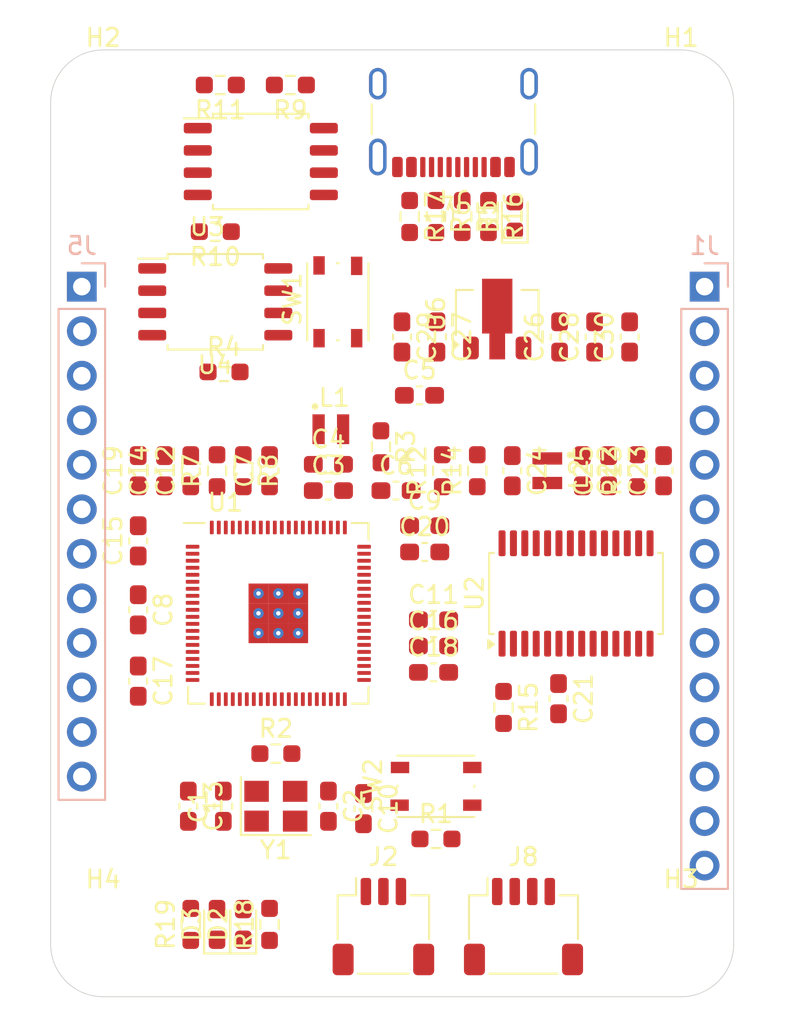
<source format=kicad_pcb>
(kicad_pcb (version 20240108) (generator "pcbnew") (generator_version "8.0")
  (layers (0 "F.Cu" signal) (31 "B.Cu" signal) (34 "B.Paste" user) (35 "F.Paste" user) (36 "B.SilkS" user "B.Silkscreen") (37 "F.SilkS" user "F.Silkscreen") (38 "B.Mask" user) (39 "F.Mask" user) (44 "Edge.Cuts" user))
  (net 0 "")
  (net 1 "/XIN")
  (net 2 "GND")
  (net 3 "Net-(C2-Pad1)")
  (net 4 "+3V3")
  (net 5 "+1V1")
  (net 6 "/VREG_AVDD")
  (net 7 "+3.3V")
  (net 8 "+5V")
  (net 9 "/Vcom")
  (net 10 "Net-(D1-A)")
  (net 11 "Net-(D2-K)")
  (net 12 "/GPIO10")
  (net 13 "/GPIO11")
  (net 14 "Net-(D3-K)")
  (net 15 "/GPIO42_ADC2")
  (net 16 "/GPIO47_ADC7")
  (net 17 "/GPIO46_ADC6")
  (net 18 "/GPIO44_ADC4")
  (net 19 "/GPIO45_ADC5")
  (net 20 "/GPIO43_ADC3")
  (net 21 "/GPIO40_ADC0")
  (net 22 "/GPIO41_ADC1")
  (net 23 "/SWCLK")
  (net 24 "/SWD")
  (net 25 "/Vin_L")
  (net 26 "/Vin_R")
  (net 27 "/USB_DP")
  (net 28 "/USB_DM")
  (net 29 "Net-(J4-CC1)")
  (net 30 "Net-(J4-CC2)")
  (net 31 "/Vout_L")
  (net 32 "/Vout_R")
  (net 33 "/GPIO7")
  (net 34 "/GPIO2")
  (net 35 "/GPIO4")
  (net 36 "/GPIO1")
  (net 37 "/SCL")
  (net 38 "/GPIO6")
  (net 39 "/GPIO3")
  (net 40 "/GPIO0")
  (net 41 "/SDA")
  (net 42 "/GPIO5")
  (net 43 "/VREG_LX")
  (net 44 "Net-(R1-Pad1)")
  (net 45 "/XOUT")
  (net 46 "/QSPI_SS")
  (net 47 "/~{USB_BOOT}")
  (net 48 "Net-(U1-USB_DP)")
  (net 49 "Net-(U1-USB_DM)")
  (net 50 "/FLASH_SS")
  (net 51 "/FLASH2_SS")
  (net 52 "Net-(U2-MODE)")
  (net 53 "Net-(U2-~{RST})")
  (net 54 "Net-(U2-MD{slash}SDA{slash}DEMP)")
  (net 55 "Net-(U2-MC{slash}SCL{slash}FMT)")
  (net 56 "/RUN")
  (net 57 "/GPIO26")
  (net 58 "/GPIO25")
  (net 59 "/QSPI_SD1")
  (net 60 "/GPIO39")
  (net 61 "/GPIO30")
  (net 62 "/GPIO28")
  (net 63 "/GPIO14")
  (net 64 "/QSPI_SCLK")
  (net 65 "/GPIO19")
  (net 66 "/GPIO20")
  (net 67 "/GPIO18")
  (net 68 "/GPIO9")
  (net 69 "/GPIO15")
  (net 70 "/GPIO22")
  (net 71 "/GPIO24")
  (net 72 "/GPIO33")
  (net 73 "/GPIO27")
  (net 74 "/GPIO21")
  (net 75 "/QSPI_SD2")
  (net 76 "/GPIO23")
  (net 77 "/QSPI_SD3")
  (net 78 "/QSPI_SD0")
  (net 79 "/GPIO38")
  (net 80 "/GPIO37")
  (net 81 "/GPIO16")
  (net 82 "/GPIO17")
  (net 83 "/GPIO13")
  (net 84 "/GPIO8")
  (net 85 "/GPIO36")
  (net 86 "/GPIO31")
  (net 87 "/GPIO29")
  (net 88 "/GPIO12")
  (net 89 "/GPIO32")
  (net 91 "/DAC_BCLK")
  (net 92 "/DAC_SCLK")
  (net 93 "Net-(U2-V_{CC})")
  (net 95 "/ZERO_F_R")
  (net 96 "/ADC_LRCLK")
  (net 97 "/ADC_SCLK")
  (net 98 "/ADC_DIN")
  (net 99 "/ADC_BCLK")
  (net 100 "/DAC_LRCLK")
  (net 101 "/DAC_DIN")
  (net 102 "/ZERO_F_L")
  (footprint "Connector_JST:JST_SH_SM04B-SRSS-TB_1x04-1MP_P1.00mm_Horizontal" (layer "F.Cu") (at 119 100)
    (property "Reference" "J8" (at 0 -3.98 0) (layer "F.SilkS"))
    (property "Value" "Conn_01x04")
    (pad "1" smd roundrect (at -1.5 -2) (size 0.6 1.55) (layers "F.Cu" "F.Paste" "F.Mask") (net 37 "/SCL"))
    (pad "2" smd roundrect (at -0.5 -2) (size 0.6 1.55) (layers "F.Cu" "F.Paste" "F.Mask") (net 41 "/SDA"))
    (pad "3" smd roundrect (at 0.5 -2) (size 0.6 1.55) (layers "F.Cu" "F.Paste" "F.Mask") (net 4 "+3V3"))
    (pad "4" smd roundrect (at 1.5 -2) (size 0.6 1.55) (layers "F.Cu" "F.Paste" "F.Mask") (net 2 "GND"))
    (pad "MP" smd roundrect (at -2.8 1.875) (size 1.2 1.8) (layers "F.Cu" "F.Paste" "F.Mask") (roundrect_rratio 0.208333))
    (pad "MP" smd roundrect (at 2.8 1.875) (size 1.2 1.8) (layers "F.Cu" "F.Paste" "F.Mask") (roundrect_rratio 0.208333))
  )
  (footprint "Capacitor_SMD:C_0603_1608Metric_Pad1.08x0.95mm_HandSolder" (layer "F.Cu") (at 122.36 74 -90)
    (property "Reference" "C22" (at 0 -1.43 90) (layer "F.SilkS"))
    (property "Value" "100n")
    (pad "1" smd roundrect (at -0.8625 0 270) (size 1.075 0.95) (layers "F.Cu" "F.Paste" "F.Mask") (net 8 "+5V"))
    (pad "2" smd roundrect (at 0.8625 0 270) (size 1.075 0.95) (layers "F.Cu" "F.Paste" "F.Mask") (net 2 "GND"))
  )
  (footprint "Resistor_SMD:R_0603_1608Metric_Pad0.98x0.95mm_HandSolder" (layer "F.Cu") (at 117 59.5 -90)
    (property "Reference" "R16" (at 0 -1.43 90) (layer "F.SilkS"))
    (property "Value" "5k1")
    (pad "1" smd roundrect (at -0.9125 0 270) (size 0.975 0.95) (layers "F.Cu" "F.Paste" "F.Mask") (net 29 "Net-(J4-CC1)"))
    (pad "2" smd roundrect (at 0.9125 0 270) (size 0.975 0.95) (layers "F.Cu" "F.Paste" "F.Mask") (net 2 "GND"))
  )
  (footprint "Resistor_SMD:R_0603_1608Metric_Pad0.98x0.95mm_HandSolder" (layer "F.Cu") (at 112.5 59.5 -90)
    (property "Reference" "R17" (at 0 -1.43 90) (layer "F.SilkS"))
    (property "Value" "5k1")
    (pad "1" smd roundrect (at -0.9125 0 270) (size 0.975 0.95) (layers "F.Cu" "F.Paste" "F.Mask") (net 30 "Net-(J4-CC2)"))
    (pad "2" smd roundrect (at 0.9125 0 270) (size 0.975 0.95) (layers "F.Cu" "F.Paste" "F.Mask") (net 2 "GND"))
  )
  (footprint "Capacitor_SMD:C_0603_1608Metric_Pad1.08x0.95mm_HandSolder" (layer "F.Cu") (at 121 87 -90)
    (property "Reference" "C21" (at 0 -1.43 90) (layer "F.SilkS"))
    (property "Value" "10u")
    (pad "1" smd roundrect (at -0.8625 0 270) (size 1.075 0.95) (layers "F.Cu" "F.Paste" "F.Mask") (net 7 "+3.3V"))
    (pad "2" smd roundrect (at 0.8625 0 270) (size 1.075 0.95) (layers "F.Cu" "F.Paste" "F.Mask") (net 2 "GND"))
  )
  (footprint "Capacitor_SMD:C_0603_1608Metric_Pad1.08x0.95mm_HandSolder" (layer "F.Cu") (at 107.86 73.633333)
    (property "Reference" "C4" (at 0 -1.43 0) (layer "F.SilkS"))
    (property "Value" "4.7u")
    (pad "1" smd roundrect (at -0.8625 0) (size 1.075 0.95) (layers "F.Cu" "F.Paste" "F.Mask") (net 5 "+1V1"))
    (pad "2" smd roundrect (at 0.8625 0) (size 1.075 0.95) (layers "F.Cu" "F.Paste" "F.Mask") (net 2 "GND"))
  )
  (footprint "Capacitor_SMD:C_0603_1608Metric_Pad1.08x0.95mm_HandSolder" (layer "F.Cu") (at 127 74 90)
    (property "Reference" "C23" (at 0 -1.43 -90) (layer "F.SilkS"))
    (property "Value" "100n")
    (pad "1" smd roundrect (at -0.8625 0 90) (size 1.075 0.95) (layers "F.Cu" "F.Paste" "F.Mask") (net 9 "/Vcom"))
    (pad "2" smd roundrect (at 0.8625 0 90) (size 1.075 0.95) (layers "F.Cu" "F.Paste" "F.Mask") (net 2 "GND"))
  )
  (footprint "Connector_USB:USB_C_Receptacle_GCT_USB4105-xx-A_16P_TopMnt_Horizontal" (layer "F.Cu") (at 115 53 180)
    (property "Reference" "J4" (at 0 -5.5 180) (layer "F.SilkS"))
    (property "Value" "USB_C_Receptacle_USB2.0_14P")
    (pad "" np_thru_hole circle (at -2.89 -2.605 180) (size 0.65 0.65) (drill 0.65) (layers "F&B.Cu" "*.Mask"))
    (pad "" np_thru_hole circle (at 2.89 -2.605 180) (size 0.65 0.65) (drill 0.65) (layers "F&B.Cu" "*.Mask"))
    (pad "A1" smd roundrect (at -3.2 -3.68 180) (size 0.6 1.15) (layers "F.Cu" "F.Paste" "F.Mask") (net 2 "GND"))
    (pad "A4" smd roundrect (at -2.4 -3.68 180) (size 0.6 1.15) (layers "F.Cu" "F.Paste" "F.Mask") (net 10 "Net-(D1-A)"))
    (pad "A5" smd roundrect (at -1.25 -3.68 180) (size 0.3 1.15) (layers "F.Cu" "F.Paste" "F.Mask") (net 29 "Net-(J4-CC1)"))
    (pad "A6" smd roundrect (at -0.25 -3.68 180) (size 0.3 1.15) (layers "F.Cu" "F.Paste" "F.Mask") (net 27 "/USB_DP"))
    (pad "A7" smd roundrect (at 0.25 -3.68 180) (size 0.3 1.15) (layers "F.Cu" "F.Paste" "F.Mask") (net 28 "/USB_DM"))
    (pad "A8" smd roundrect (at 1.25 -3.68 180) (size 0.3 1.15) (layers "F.Cu" "F.Paste" "F.Mask"))
    (pad "A9" smd roundrect (at 2.4 -3.68 180) (size 0.6 1.15) (layers "F.Cu" "F.Paste" "F.Mask") (net 10 "Net-(D1-A)"))
    (pad "A12" smd roundrect (at 3.2 -3.68 180) (size 0.6 1.15) (layers "F.Cu" "F.Paste" "F.Mask") (net 2 "GND"))
    (pad "B1" smd roundrect (at 3.2 -3.68 180) (size 0.6 1.15) (layers "F.Cu" "F.Paste" "F.Mask") (net 2 "GND"))
    (pad "B4" smd roundrect (at 2.4 -3.68 180) (size 0.6 1.15) (layers "F.Cu" "F.Paste" "F.Mask") (net 10 "Net-(D1-A)"))
    (pad "B5" smd roundrect (at 1.75 -3.68 180) (size 0.3 1.15) (layers "F.Cu" "F.Paste" "F.Mask") (net 30 "Net-(J4-CC2)"))
    (pad "B6" smd roundrect (at 0.75 -3.68 180) (size 0.3 1.15) (layers "F.Cu" "F.Paste" "F.Mask") (net 27 "/USB_DP"))
    (pad "B7" smd roundrect (at -0.75 -3.68 180) (size 0.3 1.15) (layers "F.Cu" "F.Paste" "F.Mask") (net 28 "/USB_DM"))
    (pad "B8" smd roundrect (at -1.75 -3.68 180) (size 0.3 1.15) (layers "F.Cu" "F.Paste" "F.Mask"))
    (pad "B9" smd roundrect (at -2.4 -3.68 180) (size 0.6 1.15) (layers "F.Cu" "F.Paste" "F.Mask") (net 10 "Net-(D1-A)"))
    (pad "B12" smd roundrect (at -3.2 -3.68 180) (size 0.6 1.15) (layers "F.Cu" "F.Paste" "F.Mask") (net 2 "GND"))
    (pad "S1" thru_hole oval (at -4.32 -3.105 180) (size 1 2.1) (drill oval 0.6 1.7) (layers "*.Cu" "*.Mask" "F.Paste") (net 2 "GND"))
    (pad "S1" thru_hole oval (at -4.32 1.075 180) (size 1 1.8) (drill oval 0.6 1.4) (layers "*.Cu" "*.Mask" "F.Paste") (net 2 "GND"))
    (pad "S1" thru_hole oval (at 4.32 -3.105 180) (size 1 2.1) (drill oval 0.6 1.7) (layers "*.Cu" "*.Mask" "F.Paste") (net 2 "GND"))
    (pad "S1" thru_hole oval (at 4.32 1.075 180) (size 1 1.8) (drill oval 0.6 1.4) (layers "*.Cu" "*.Mask" "F.Paste") (net 2 "GND"))
  )
  (footprint "Capacitor_SMD:C_0603_1608Metric_Pad1.08x0.95mm_HandSolder" (layer "F.Cu") (at 98.5 74 90)
    (property "Reference" "C14" (at 0 -1.43 -90) (layer "F.SilkS"))
    (property "Value" "100n")
    (pad "1" smd roundrect (at -0.8625 0 90) (size 1.075 0.95) (layers "F.Cu" "F.Paste" "F.Mask") (net 4 "+3V3"))
    (pad "2" smd roundrect (at 0.8625 0 90) (size 1.075 0.95) (layers "F.Cu" "F.Paste" "F.Mask") (net 2 "GND"))
  )
  (footprint "Resistor_SMD:R_0603_1608Metric_Pad0.98x0.95mm_HandSolder" (layer "F.Cu") (at 101.6875 52 180)
    (property "Reference" "R11" (at 0 -1.43 180) (layer "F.SilkS"))
    (property "Value" "DNF")
    (pad "1" smd roundrect (at -0.9125 0 180) (size 0.975 0.95) (layers "F.Cu" "F.Paste" "F.Mask") (net 4 "+3V3"))
    (pad "2" smd roundrect (at 0.9125 0 180) (size 0.975 0.95) (layers "F.Cu" "F.Paste" "F.Mask") (net 51 "/FLASH2_SS"))
  )
  (footprint "Capacitor_SMD:C_0603_1608Metric_Pad1.08x0.95mm_HandSolder" (layer "F.Cu") (at 125.06 66.37 90)
    (property "Reference" "C30" (at 0 -1.43 -90) (layer "F.SilkS"))
    (property "Value" "10u")
    (pad "1" smd roundrect (at -0.8625 0 90) (size 1.075 0.95) (layers "F.Cu" "F.Paste" "F.Mask") (net 8 "+5V"))
    (pad "2" smd roundrect (at 0.8625 0 90) (size 1.075 0.95) (layers "F.Cu" "F.Paste" "F.Mask") (net 2 "GND"))
  )
  (footprint "Capacitor_SMD:C_0603_1608Metric_Pad1.08x0.95mm_HandSolder" (layer "F.Cu") (at 114.06 66.37 -90)
    (property "Reference" "C27" (at 0 -1.43 90) (layer "F.SilkS"))
    (property "Value" "100n")
    (pad "1" smd roundrect (at -0.8625 0 270) (size 1.075 0.95) (layers "F.Cu" "F.Paste" "F.Mask") (net 4 "+3V3"))
    (pad "2" smd roundrect (at 0.8625 0 270) (size 1.075 0.95) (layers "F.Cu" "F.Paste" "F.Mask") (net 2 "GND"))
  )
  (footprint "Package_SO:SOIC-8_5.23x5.23mm_P1.27mm" (layer "F.Cu") (at 101.4 64.365)
    (property "Reference" "U4" (at 0 3.6 0) (layer "F.SilkS"))
    (property "Value" "W25Q128JVS")
    (pad "1" smd roundrect (at -3.6 -1.905) (size 1.6 0.6) (layers "F.Cu" "F.Paste" "F.Mask") (net 50 "/FLASH_SS"))
    (pad "2" smd roundrect (at -3.6 -0.635) (size 1.6 0.6) (layers "F.Cu" "F.Paste" "F.Mask") (net 59 "/QSPI_SD1"))
    (pad "3" smd roundrect (at -3.6 0.635) (size 1.6 0.6) (layers "F.Cu" "F.Paste" "F.Mask") (net 75 "/QSPI_SD2"))
    (pad "4" smd roundrect (at -3.6 1.905) (size 1.6 0.6) (layers "F.Cu" "F.Paste" "F.Mask") (net 2 "GND"))
    (pad "5" smd roundrect (at 3.6 1.905) (size 1.6 0.6) (layers "F.Cu" "F.Paste" "F.Mask") (net 78 "/QSPI_SD0"))
    (pad "6" smd roundrect (at 3.6 0.635) (size 1.6 0.6) (layers "F.Cu" "F.Paste" "F.Mask") (net 64 "/QSPI_SCLK"))
    (pad "7" smd roundrect (at 3.6 -0.635) (size 1.6 0.6) (layers "F.Cu" "F.Paste" "F.Mask") (net 77 "/QSPI_SD3"))
    (pad "8" smd roundrect (at 3.6 -1.905) (size 1.6 0.6) (layers "F.Cu" "F.Paste" "F.Mask") (net 4 "+3V3"))
  )
  (footprint "Capacitor_SMD:C_0603_1608Metric_Pad1.08x0.95mm_HandSolder" (layer "F.Cu") (at 107.86 75.133333)
    (property "Reference" "C3" (at 0 -1.43 0) (layer "F.SilkS"))
    (property "Value" "4.7u")
    (pad "1" smd roundrect (at -0.8625 0) (size 1.075 0.95) (layers "F.Cu" "F.Paste" "F.Mask") (net 4 "+3V3"))
    (pad "2" smd roundrect (at 0.8625 0) (size 1.075 0.95) (layers "F.Cu" "F.Paste" "F.Mask") (net 2 "GND"))
  )
  (footprint "Resistor_SMD:R_0603_1608Metric_Pad0.98x0.95mm_HandSolder" (layer "F.Cu") (at 115.5 59.5 -90)
    (property "Reference" "R5" (at 0 -1.43 90) (layer "F.SilkS"))
    (property "Value" "27")
    (pad "1" smd roundrect (at -0.9125 0 270) (size 0.975 0.95) (layers "F.Cu" "F.Paste" "F.Mask") (net 27 "/USB_DP"))
    (pad "2" smd roundrect (at 0.9125 0 270) (size 0.975 0.95) (layers "F.Cu" "F.Paste" "F.Mask") (net 48 "Net-(U1-USB_DP)"))
  )
  (footprint "Capacitor_SMD:C_0603_1608Metric_Pad1.08x0.95mm_HandSolder" (layer "F.Cu") (at 113.36 77.133333)
    (property "Reference" "C9" (at 0 -1.43 0) (layer "F.SilkS"))
    (property "Value" "100n")
    (pad "1" smd roundrect (at -0.8625 0) (size 1.075 0.95) (layers "F.Cu" "F.Paste" "F.Mask") (net 4 "+3V3"))
    (pad "2" smd roundrect (at 0.8625 0) (size 1.075 0.95) (layers "F.Cu" "F.Paste" "F.Mask") (net 2 "GND"))
  )
  (footprint "Resistor_SMD:R_0603_1608Metric_Pad0.98x0.95mm_HandSolder" (layer "F.Cu") (at 117.86 87.5 -90)
    (property "Reference" "R15" (at 0 -1.43 90) (layer "F.SilkS"))
    (property "Value" "220k")
    (pad "1" smd roundrect (at -0.9125 0 270) (size 0.975 0.95) (layers "F.Cu" "F.Paste" "F.Mask") (net 55 "Net-(U2-MC{slash}SCL{slash}FMT)"))
    (pad "2" smd roundrect (at 0.9125 0 270) (size 0.975 0.95) (layers "F.Cu" "F.Paste" "F.Mask") (net 7 "+3.3V"))
  )
  (footprint "Capacitor_SMD:C_0603_1608Metric_Pad1.08x0.95mm_HandSolder" (layer "F.Cu") (at 109.86 93.270833 -90)
    (property "Reference" "C10" (at 0 -1.43 -90) (layer "F.SilkS"))
    (property "Value" "100n")
    (pad "1" smd roundrect (at -0.8625 0 270) (size 1.075 0.95) (layers "F.Cu" "F.Paste" "F.Mask") (net 4 "+3V3"))
    (pad "2" smd roundrect (at 0.8625 0 270) (size 1.075 0.95) (layers "F.Cu" "F.Paste" "F.Mask") (net 2 "GND"))
  )
  (footprint "Capacitor_SMD:C_0603_1608Metric_Pad1.08x0.95mm_HandSolder" (layer "F.Cu") (at 97 86 -90)
    (property "Reference" "C17" (at 0 -1.43 90) (layer "F.SilkS"))
    (property "Value" "100n")
    (pad "1" smd roundrect (at -0.8625 0 270) (size 1.075 0.95) (layers "F.Cu" "F.Paste" "F.Mask") (net 4 "+3V3"))
    (pad "2" smd roundrect (at 0.8625 0 270) (size 1.075 0.95) (layers "F.Cu" "F.Paste" "F.Mask") (net 2 "GND"))
  )
  (footprint "Capacitor_SMD:C_0603_1608Metric_Pad1.08x0.95mm_HandSolder" (layer "F.Cu") (at 104.5 74 90)
    (property "Reference" "C7" (at 0 -1.43 -90) (layer "F.SilkS"))
    (property "Value" "4.7u")
    (pad "1" smd roundrect (at -0.8625 0 90) (size 1.075 0.95) (layers "F.Cu" "F.Paste" "F.Mask") (net 5 "+1V1"))
    (pad "2" smd roundrect (at 0.8625 0 90) (size 1.075 0.95) (layers "F.Cu" "F.Paste" "F.Mask") (net 2 "GND"))
  )
  (footprint "Resistor_SMD:R_0603_1608Metric_Pad0.98x0.95mm_HandSolder" (layer "F.Cu") (at 101.9 68.365)
    (property "Reference" "R4" (at 0 -1.43 0) (layer "F.SilkS"))
    (property "Value" "1k")
    (pad "1" smd roundrect (at -0.9125 0) (size 0.975 0.95) (layers "F.Cu" "F.Paste" "F.Mask") (net 46 "/QSPI_SS"))
    (pad "2" smd roundrect (at 0.9125 0) (size 0.975 0.95) (layers "F.Cu" "F.Paste" "F.Mask") (net 47 "/~{USB_BOOT}"))
  )
  (footprint "Capacitor_SMD:C_0603_1608Metric_Pad1.08x0.95mm_HandSolder" (layer "F.Cu") (at 113.36 78.633333)
    (property "Reference" "C20" (at 0 -1.43 0) (layer "F.SilkS"))
    (property "Value" "DNF")
    (pad "1" smd roundrect (at -0.8625 0) (size 1.075 0.95) (layers "F.Cu" "F.Paste" "F.Mask") (net 4 "+3V3"))
    (pad "2" smd roundrect (at 0.8625 0) (size 1.075 0.95) (layers "F.Cu" "F.Paste" "F.Mask") (net 2 "GND"))
  )
  (footprint "MountingHole:MountingHole_2.7mm_M2.5" (layer "F.Cu") (at 95 53)
    (property "Reference" "H2" (at 0 -3.7 0) (layer "F.SilkS"))
    (property "Value" "MountingHole")
    (pad "" np_thru_hole circle (at 0 0) (size 2.7 2.7) (drill 2.7) (layers "F&B.Cu" "*.Mask"))
  )
  (footprint "Connector_JST:JST_SH_SM03B-SRSS-TB_1x03-1MP_P1.00mm_Horizontal" (layer "F.Cu") (at 111 100)
    (property "Reference" "J2" (at 0 -3.98 0) (layer "F.SilkS"))
    (property "Value" "SM03B-SRSS-TB")
    (pad "1" smd roundrect (at -1 -2) (size 0.6 1.55) (layers "F.Cu" "F.Paste" "F.Mask") (net 23 "/SWCLK"))
    (pad "2" smd roundrect (at 0 -2) (size 0.6 1.55) (layers "F.Cu" "F.Paste" "F.Mask") (net 2 "GND"))
    (pad "3" smd roundrect (at 1 -2) (size 0.6 1.55) (layers "F.Cu" "F.Paste" "F.Mask") (net 24 "/SWD"))
    (pad "MP" smd roundrect (at -2.3 1.875) (size 1.2 1.8) (layers "F.Cu" "F.Paste" "F.Mask") (roundrect_rratio 0.208333) (net 2 "GND"))
    (pad "MP" smd roundrect (at 2.3 1.875) (size 1.2 1.8) (layers "F.Cu" "F.Paste" "F.Mask") (roundrect_rratio 0.208333) (net 2 "GND"))
  )
  (footprint "Package_TO_SOT_SMD:SOT-89-3" (layer "F.Cu") (at 117.5 65.05 90)
    (property "Reference" "U6" (at 0 -3.5 -90) (layer "F.SilkS"))
    (property "Value" "AZ1117-3.3")
    (pad "1" smd roundrect (at -1.95 -1.5 90) (size 1.3 0.9) (layers "F.Cu" "F.Paste" "F.Mask") (net 2 "GND"))
    (pad "2" smd custom (at -1.8625 0 90) (size 1.475 0.9) (layers "F.Cu" "F.Paste" "F.Mask") (net 4 "+3V3") (options (clearance outline) (anchor rect)) (primitives (gr_poly (pts (xy 3.8625 0.8665) (xy 0.7375 0.8665) (xy 0.7375 -0.8665) (xy 3.8625 -0.8665)) (width 0) (fill yes))))
    (pad "3" smd roundrect (at -1.95 1.5 90) (size 1.3 0.9) (layers "F.Cu" "F.Paste" "F.Mask") (net 8 "+5V"))
  )
  (footprint "Resistor_SMD:R_0603_1608Metric_Pad0.98x0.95mm_HandSolder" (layer "F.Cu") (at 101.5 74 90)
    (property "Reference" "R7" (at 0 -1.43 -90) (layer "F.SilkS"))
    (property "Value" "DNF")
    (pad "1" smd roundrect (at -0.9125 0 90) (size 0.975 0.95) (layers "F.Cu" "F.Paste" "F.Mask") (net 40 "/GPIO0"))
    (pad "2" smd roundrect (at 0.9125 0 90) (size 0.975 0.95) (layers "F.Cu" "F.Paste" "F.Mask") (net 50 "/FLASH_SS"))
  )
  (footprint "MountingHole:MountingHole_2.7mm_M2.5" (layer "F.Cu") (at 95 101)
    (property "Reference" "H4" (at 0 -3.7 0) (layer "F.SilkS"))
    (property "Value" "MountingHole")
    (pad "" np_thru_hole circle (at 0 0) (size 2.7 2.7) (drill 2.7) (layers "F&B.Cu" "*.Mask"))
  )
  (footprint "Capacitor_SMD:C_0603_1608Metric_Pad1.08x0.95mm_HandSolder" (layer "F.Cu") (at 101.86 93.133333 90)
    (property "Reference" "C1" (at 0 -1.43 -90) (layer "F.SilkS"))
    (property "Value" "15p")
    (pad "1" smd roundrect (at -0.8625 0 90) (size 1.075 0.95) (layers "F.Cu" "F.Paste" "F.Mask") (net 1 "/XIN"))
    (pad "2" smd roundrect (at 0.8625 0 90) (size 1.075 0.95) (layers "F.Cu" "F.Paste" "F.Mask") (net 2 "GND"))
  )
  (footprint "Capacitor_SMD:C_0603_1608Metric_Pad1.08x0.95mm_HandSolder" (layer "F.Cu") (at 99.86 93.133333 -90)
    (property "Reference" "C13" (at 0 -1.43 -90) (layer "F.SilkS"))
    (property "Value" "100n")
    (pad "1" smd roundrect (at -0.8625 0 270) (size 1.075 0.95) (layers "F.Cu" "F.Paste" "F.Mask") (net 4 "+3V3"))
    (pad "2" smd roundrect (at 0.8625 0 270) (size 1.075 0.95) (layers "F.Cu" "F.Paste" "F.Mask") (net 2 "GND"))
  )
  (footprint "Resistor_SMD:R_0603_1608Metric_Pad0.98x0.95mm_HandSolder" (layer "F.Cu") (at 104.5 99.875 90)
    (property "Reference" "R18" (at 0 -1.43 270) (layer "F.SilkS"))
    (property "Value" "330r")
    (pad "1" smd roundrect (at -0.9125 0 90) (size 0.975 0.95) (layers "F.Cu" "F.Paste" "F.Mask") (net 11 "Net-(D2-K)"))
    (pad "2" smd roundrect (at 0.9125 0 90) (size 0.975 0.95) (layers "F.Cu" "F.Paste" "F.Mask") (net 2 "GND"))
  )
  (footprint "MountingHole:MountingHole_2.7mm_M2.5" (layer "F.Cu") (at 128 101)
    (property "Reference" "H3" (at 0 -3.7 0) (layer "F.SilkS"))
    (property "Value" "MountingHole")
    (pad "" np_thru_hole circle (at 0 0) (size 2.7 2.7) (drill 2.7) (layers "F&B.Cu" "*.Mask"))
  )
  (footprint "Capacitor_SMD:C_0603_1608Metric_Pad1.08x0.95mm_HandSolder" (layer "F.Cu") (at 121.06 66.37 90)
    (property "Reference" "C26" (at 0 -1.43 -90) (layer "F.SilkS"))
    (property "Value" "100n")
    (pad "1" smd roundrect (at -0.8625 0 90) (size 1.075 0.95) (layers "F.Cu" "F.Paste" "F.Mask") (net 8 "+5V"))
    (pad "2" smd roundrect (at 0.8625 0 90) (size 1.075 0.95) (layers "F.Cu" "F.Paste" "F.Mask") (net 2 "GND"))
  )
  (footprint "Resistor_SMD:R_0603_1608Metric_Pad0.98x0.95mm_HandSolder" (layer "F.Cu") (at 105.6875 52 180)
    (property "Reference" "R9" (at 0 -1.43 180) (layer "F.SilkS"))
    (property "Value" "DNF")
    (pad "1" smd roundrect (at -0.9125 0 180) (size 0.975 0.95) (layers "F.Cu" "F.Paste" "F.Mask") (net 40 "/GPIO0"))
    (pad "2" smd roundrect (at 0.9125 0 180) (size 0.975 0.95) (layers "F.Cu" "F.Paste" "F.Mask") (net 51 "/FLASH2_SS"))
  )
  (footprint "RP2350_80QFN_minimal:L_pol_2016" (layer "F.Cu") (at 120.36 74 -90)
    (property "Reference" "L2" (at 0.2 -1.8 90) (layer "F.SilkS"))
    (property "Value" "3.3u")
    (pad "1" smd rect (at -0.7 0 270) (size 0.7 1.7) (layers "F.Cu" "F.Paste" "F.Mask") (net 8 "+5V"))
    (pad "2" smd rect (at 0.7 0 270) (size 0.7 1.7) (layers "F.Cu" "F.Paste" "F.Mask") (net 93 "Net-(U2-V_{CC})"))
  )
  (footprint "Resistor_SMD:R_0603_1608Metric_Pad0.98x0.95mm_HandSolder" (layer "F.Cu") (at 101.4 60.365 180)
    (property "Reference" "R10" (at 0 -1.43 180) (layer "F.SilkS"))
    (property "Value" "DNF")
    (pad "1" smd roundrect (at -0.9125 0 180) (size 0.975 0.95) (layers "F.Cu" "F.Paste" "F.Mask") (net 4 "+3V3"))
    (pad "2" smd roundrect (at 0.9125 0 180) (size 0.975 0.95) (layers "F.Cu" "F.Paste" "F.Mask") (net 50 "/FLASH_SS"))
  )
  (footprint "Capacitor_SMD:C_0603_1608Metric_Pad1.08x0.95mm_HandSolder" (layer "F.Cu") (at 113.8625 85.5)
    (property "Reference" "C18" (at 0 -1.43 0) (layer "F.SilkS"))
    (property "Value" "10u")
    (pad "1" smd roundrect (at -0.8625 0) (size 1.075 0.95) (layers "F.Cu" "F.Paste" "F.Mask") (net 4 "+3V3"))
    (pad "2" smd roundrect (at 0.8625 0) (size 1.075 0.95) (layers "F.Cu" "F.Paste" "F.Mask") (net 2 "GND"))
  )
  (footprint "Resistor_SMD:R_0603_1608Metric_Pad0.98x0.95mm_HandSolder" (layer "F.Cu") (at 114 95)
    (property "Reference" "R1" (at 0 -1.43 0) (layer "F.SilkS"))
    (property "Value" "1k")
    (pad "1" smd roundrect (at -0.9125 0) (size 0.975 0.95) (layers "F.Cu" "F.Paste" "F.Mask") (net 44 "Net-(R1-Pad1)"))
    (pad "2" smd roundrect (at 0.9125 0) (size 0.975 0.95) (layers "F.Cu" "F.Paste" "F.Mask") (net 2 "GND"))
  )
  (footprint "RP2350_80QFN_minimal:L_pol_2016" (layer "F.Cu") (at 108 71.633333)
    (property "Reference" "L1" (at 0.2 -1.8 0) (layer "F.SilkS"))
    (property "Value" "3.3u")
    (pad "1" smd rect (at -0.7 0) (size 0.7 1.7) (layers "F.Cu" "F.Paste" "F.Mask") (net 5 "+1V1"))
    (pad "2" smd rect (at 0.7 0) (size 0.7 1.7) (layers "F.Cu" "F.Paste" "F.Mask") (net 43 "/VREG_LX"))
  )
  (footprint "Capacitor_SMD:C_0603_1608Metric_Pad1.08x0.95mm_HandSolder" (layer "F.Cu") (at 97 78 90)
    (property "Reference" "C15" (at 0 -1.43 270) (layer "F.SilkS"))
    (property "Value" "100n")
    (pad "1" smd roundrect (at -0.8625 0 90) (size 1.075 0.95) (layers "F.Cu" "F.Paste" "F.Mask") (net 4 "+3V3"))
    (pad "2" smd roundrect (at 0.8625 0 90) (size 1.075 0.95) (layers "F.Cu" "F.Paste" "F.Mask") (net 2 "GND"))
  )
  (footprint "Button_Switch_SMD:SW_Push_1P1T_NO_Vertical_Wuerth_434133025816" (layer "F.Cu") (at 114 92 180)
    (property "Reference" "SW2" (at 3.6 0.075 -90) (layer "F.SilkS"))
    (property "Value" "SW_Push")
    (pad "1" smd rect (at -2.075 -1.075 180) (size 1.05 0.65) (layers "F.Cu" "F.Paste" "F.Mask") (net 44 "Net-(R1-Pad1)"))
    (pad "1" smd rect (at 2.075 -1.075 180) (size 1.05 0.65) (layers "F.Cu" "F.Paste" "F.Mask") (net 44 "Net-(R1-Pad1)"))
    (pad "2" smd rect (at -2.075 1.075 180) (size 1.05 0.65) (layers "F.Cu" "F.Paste" "F.Mask") (net 56 "/RUN"))
    (pad "2" smd rect (at 2.05 1.075 180) (size 1.05 0.65) (layers "F.Cu" "F.Paste" "F.Mask") (net 56 "/RUN"))
  )
  (footprint "Capacitor_SMD:C_0603_1608Metric_Pad1.08x0.95mm_HandSolder" (layer "F.Cu") (at 123.06 66.37 90)
    (property "Reference" "C28" (at 0 -1.43 -90) (layer "F.SilkS"))
    (property "Value" "100n")
    (pad "1" smd roundrect (at -0.8625 0 90) (size 1.075 0.95) (layers "F.Cu" "F.Paste" "F.Mask") (net 8 "+5V"))
    (pad "2" smd roundrect (at 0.8625 0 90) (size 1.075 0.95) (layers "F.Cu" "F.Paste" "F.Mask") (net 2 "GND"))
  )
  (footprint "Resistor_SMD:R_0603_1608Metric_Pad0.98x0.95mm_HandSolder" (layer "F.Cu") (at 116.36 74 90)
    (property "Reference" "R14" (at 0 -1.43 -90) (layer "F.SilkS"))
    (property "Value" "4k7")
    (pad "1" smd roundrect (at -0.9125 0 90) (size 0.975 0.95) (layers "F.Cu" "F.Paste" "F.Mask") (net 54 "Net-(U2-MD{slash}SDA{slash}DEMP)"))
    (pad "2" smd roundrect (at 0.9125 0 90) (size 0.975 0.95) (layers "F.Cu" "F.Paste" "F.Mask") (net 2 "GND"))
  )
  (footprint "Capacitor_SMD:C_0603_1608Metric_Pad1.08x0.95mm_HandSolder" (layer "F.Cu") (at 113.06 69.7)
    (property "Reference" "C5" (at 0 -1.43 0) (layer "F.SilkS"))
    (property "Value" "100n")
    (pad "1" smd roundrect (at -0.8625 0) (size 1.075 0.95) (layers "F.Cu" "F.Paste" "F.Mask") (net 5 "+1V1"))
    (pad "2" smd roundrect (at 0.8625 0) (size 1.075 0.95) (layers "F.Cu" "F.Paste" "F.Mask") (net 2 "GND"))
  )
  (footprint "LED_SMD:LED_0603_1608Metric_Pad1.05x0.95mm_HandSolder" (layer "F.Cu") (at 101.5 99.875 90)
    (property "Reference" "D3" (at 0 -1.43 270) (layer "F.SilkS"))
    (property "Value" "LED")
    (pad "1" smd roundrect (at -0.875 0 90) (size 1.05 0.95) (layers "F.Cu" "F.Paste" "F.Mask") (net 14 "Net-(D3-K)"))
    (pad "2" smd roundrect (at 0.875 0 90) (size 1.05 0.95) (layers "F.Cu" "F.Paste" "F.Mask") (net 70 "/GPIO22"))
  )
  (footprint "Capacitor_SMD:C_0603_1608Metric_Pad1.08x0.95mm_HandSolder" (layer "F.Cu") (at 113.8625 82.5)
    (property "Reference" "C11" (at 0 -1.43 0) (layer "F.SilkS"))
    (property "Value" "100n")
    (pad "1" smd roundrect (at -0.8625 0) (size 1.075 0.95) (layers "F.Cu" "F.Paste" "F.Mask") (net 4 "+3V3"))
    (pad "2" smd roundrect (at 0.8625 0) (size 1.075 0.95) (layers "F.Cu" "F.Paste" "F.Mask") (net 2 "GND"))
  )
  (footprint "Resistor_SMD:R_0603_1608Metric_Pad0.98x0.95mm_HandSolder" (layer "F.Cu") (at 125.5 74 90)
    (property "Reference" "R13" (at 0 -1.43 270) (layer "F.SilkS"))
    (property "Value" "220k")
    (pad "1" smd roundrect (at -0.9125 0 90) (size 0.975 0.95) (layers "F.Cu" "F.Paste" "F.Mask") (net 53 "Net-(U2-~{RST})"))
    (pad "2" smd roundrect (at 0.9125 0 90) (size 0.975 0.95) (layers "F.Cu" "F.Paste" "F.Mask") (net 7 "+3.3V"))
  )
  (footprint "Resistor_SMD:R_0603_1608Metric_Pad0.98x0.95mm_HandSolder" (layer "F.Cu") (at 114.36 74 90)
    (property "Reference" "R12" (at 0 -1.43 -90) (layer "F.SilkS"))
    (property "Value" "220k")
    (pad "1" smd roundrect (at -0.9125 0 90) (size 0.975 0.95) (layers "F.Cu" "F.Paste" "F.Mask") (net 52 "Net-(U2-MODE)"))
    (pad "2" smd roundrect (at 0.9125 0 90) (size 0.975 0.95) (layers "F.Cu" "F.Paste" "F.Mask") (net 7 "+3.3V"))
  )
  (footprint "Capacitor_SMD:C_0603_1608Metric_Pad1.08x0.95mm_HandSolder" (layer "F.Cu") (at 107.86 93.133333 -90)
    (property "Reference" "C2" (at 0 -1.43 90) (layer "F.SilkS"))
    (property "Value" "15p")
    (pad "1" smd roundrect (at -0.8625 0 270) (size 1.075 0.95) (layers "F.Cu" "F.Paste" "F.Mask") (net 3 "Net-(C2-Pad1)"))
    (pad "2" smd roundrect (at 0.8625 0 270) (size 1.075 0.95) (layers "F.Cu" "F.Paste" "F.Mask") (net 2 "GND"))
  )
  (footprint "LED_SMD:LED_0603_1608Metric_Pad1.05x0.95mm_HandSolder" (layer "F.Cu") (at 103 99.875 90)
    (property "Reference" "D2" (at 0 -1.43 270) (layer "F.SilkS"))
    (property "Value" "LED")
    (pad "1" smd roundrect (at -0.875 0 90) (size 1.05 0.95) (layers "F.Cu" "F.Paste" "F.Mask") (net 11 "Net-(D2-K)"))
    (pad "2" smd roundrect (at 0.875 0 90) (size 1.05 0.95) (layers "F.Cu" "F.Paste" "F.Mask") (net 76 "/GPIO23"))
  )
  (footprint "Crystal:Crystal_SMD_3225-4Pin_3.2x2.5mm" (layer "F.Cu") (at 104.86 93.133333)
    (property "Reference" "Y1" (at 0 2.5 0) (layer "F.SilkS"))
    (property "Value" "ABM8-272-T3")
    (pad "1" smd rect (at -1.1 0.85) (size 1.4 1.2) (layers "F.Cu" "F.Paste" "F.Mask") (net 1 "/XIN"))
    (pad "2" smd rect (at 1.1 0.85) (size 1.4 1.2) (layers "F.Cu" "F.Paste" "F.Mask") (net 2 "GND"))
    (pad "3" smd rect (at 1.1 -0.85) (size 1.4 1.2) (layers "F.Cu" "F.Paste" "F.Mask") (net 3 "Net-(C2-Pad1)"))
    (pad "4" smd rect (at -1.1 -0.85) (size 1.4 1.2) (layers "F.Cu" "F.Paste" "F.Mask") (net 2 "GND"))
  )
  (footprint "Capacitor_SMD:C_0603_1608Metric_Pad1.08x0.95mm_HandSolder" (layer "F.Cu") (at 113.8625 84)
    (property "Reference" "C16" (at 0 -1.43 0) (layer "F.SilkS"))
    (property "Value" "100n")
    (pad "1" smd roundrect (at -0.8625 0) (size 1.075 0.95) (layers "F.Cu" "F.Paste" "F.Mask") (net 4 "+3V3"))
    (pad "2" smd roundrect (at 0.8625 0) (size 1.075 0.95) (layers "F.Cu" "F.Paste" "F.Mask") (net 2 "GND"))
  )
  (footprint "Button_Switch_SMD:SW_Push_1P1T_NO_Vertical_Wuerth_434133025816" (layer "F.Cu") (at 108.4 64.365 90)
    (property "Reference" "SW1" (at 0.15 -2.6 -90) (layer "F.SilkS"))
    (property "Value" "SW_Push")
    (pad "1" smd rect (at -2.075 -1.075 90) (size 1.05 0.65) (layers "F.Cu" "F.Paste" "F.Mask") (net 2 "GND"))
    (pad "1" smd rect (at 2.075 -1.075 90) (size 1.05 0.65) (layers "F.Cu" "F.Paste" "F.Mask") (net 2 "GND"))
    (pad "2" smd rect (at -2.075 1.075 90) (size 1.05 0.65) (layers "F.Cu" "F.Paste" "F.Mask") (net 47 "/~{USB_BOOT}"))
    (pad "2" smd rect (at 2.05 1.075 90) (size 1.05 0.65) (layers "F.Cu" "F.Paste" "F.Mask") (net 47 "/~{USB_BOOT}"))
  )
  (footprint "Capacitor_SMD:C_0603_1608Metric_Pad1.08x0.95mm_HandSolder" (layer "F.Cu") (at 123.86 74 90)
    (property "Reference" "C25" (at 0 -1.43 -90) (layer "F.SilkS"))
    (property "Value" "10u")
    (pad "1" smd roundrect (at -0.8625 0 90) (size 1.075 0.95) (layers "F.Cu" "F.Paste" "F.Mask") (net 9 "/Vcom"))
    (pad "2" smd roundrect (at 0.8625 0 90) (size 1.075 0.95) (layers "F.Cu" "F.Paste" "F.Mask") (net 2 "GND"))
  )
  (footprint "Package_SO:TSSOP-28_4.4x9.7mm_P0.65mm" (layer "F.Cu") (at 122 81 90)
    (property "Reference" "U2" (at 0 -5.8 -90) (layer "F.SilkS"))
    (property "Value" "PCM3060")
    (pad "1" smd roundrect (at -2.8625 -4.225 90) (size 1.475 0.4) (layers "F.Cu" "F.Paste" "F.Mask") (net 55 "Net-(U2-MC{slash}SCL{slash}FMT)"))
    (pad "2" smd roundrect (at -2.8625 -3.575 90) (size 1.475 0.4) (layers "F.Cu" "F.Paste" "F.Mask") (net 54 "Net-(U2-MD{slash}SDA{slash}DEMP)"))
    (pad "3" smd roundrect (at -2.8625 -2.925 90) (size 1.475 0.4) (layers "F.Cu" "F.Paste" "F.Mask") (net 98 "/ADC_DIN"))
    (pad "4" smd roundrect (at -2.8625 -2.275 90) (size 1.475 0.4) (layers "F.Cu" "F.Paste" "F.Mask") (net 96 "/ADC_LRCLK"))
    (pad "5" smd roundrect (at -2.8625 -1.625 90) (size 1.475 0.4) (layers "F.Cu" "F.Paste" "F.Mask") (net 99 "/ADC_BCLK"))
    (pad "6" smd roundrect (at -2.8625 -0.975 90) (size 1.475 0.4) (layers "F.Cu" "F.Paste" "F.Mask") (net 97 "/ADC_SCLK"))
    (pad "7" smd roundrect (at -2.8625 -0.325 90) (size 1.475 0.4) (layers "F.Cu" "F.Paste" "F.Mask") (net 7 "+3.3V"))
    (pad "8" smd roundrect (at -2.8625 0.325 90) (size 1.475 0.4) (layers "F.Cu" "F.Paste" "F.Mask") (net 2 "GND"))
    (pad "9" smd roundrect (at -2.8625 0.975 90) (size 1.475 0.4) (layers "F.Cu" "F.Paste" "F.Mask") (net 92 "/DAC_SCLK"))
    (pad "10" smd roundrect (at -2.8625 1.625 90) (size 1.475 0.4) (layers "F.Cu" "F.Paste" "F.Mask") (net 91 "/DAC_BCLK"))
    (pad "11" smd roundrect (at -2.8625 2.275 90) (size 1.475 0.4) (layers "F.Cu" "F.Paste" "F.Mask") (net 100 "/DAC_LRCLK"))
    (pad "12" smd roundrect (at -2.8625 2.925 90) (size 1.475 0.4) (layers "F.Cu" "F.Paste" "F.Mask") (net 101 "/DAC_DIN"))
    (pad "13" smd roundrect (at -2.8625 3.575 90) (size 1.475 0.4) (layers "F.Cu" "F.Paste" "F.Mask") (net 95 "/ZERO_F_R"))
    (pad "14" smd roundrect (at -2.8625 4.225 90) (size 1.475 0.4) (layers "F.Cu" "F.Paste" "F.Mask") (net 102 "/ZERO_F_L"))
    (pad "15" smd roundrect (at 2.8625 4.225 90) (size 1.475 0.4) (layers "F.Cu" "F.Paste" "F.Mask") (net 53 "Net-(U2-~{RST})"))
    (pad "16" smd roundrect (at 2.8625 3.575 90) (size 1.475 0.4) (layers "F.Cu" "F.Paste" "F.Mask") (net 2 "GND"))
    (pad "17" smd roundrect (at 2.8625 2.925 90) (size 1.475 0.4) (layers "F.Cu" "F.Paste" "F.Mask"))
    (pad "18" smd roundrect (at 2.8625 2.275 90) (size 1.475 0.4) (layers "F.Cu" "F.Paste" "F.Mask") (net 32 "/Vout_R"))
    (pad "19" smd roundrect (at 2.8625 1.625 90) (size 1.475 0.4) (layers "F.Cu" "F.Paste" "F.Mask"))
    (pad "20" smd roundrect (at 2.8625 0.975 90) (size 1.475 0.4) (layers "F.Cu" "F.Paste" "F.Mask") (net 31 "/Vout_L"))
    (pad "21" smd roundrect (at 2.8625 0.325 90) (size 1.475 0.4) (layers "F.Cu" "F.Paste" "F.Mask") (net 9 "/Vcom"))
    (pad "22" smd roundrect (at 2.8625 -0.325 90) (size 1.475 0.4) (layers "F.Cu" "F.Paste" "F.Mask") (net 2 "GND"))
    (pad "23" smd roundrect (at 2.8625 -0.975 90) (size 1.475 0.4) (layers "F.Cu" "F.Paste" "F.Mask") (net 2 "GND"))
    (pad "24" smd roundrect (at 2.8625 -1.625 90) (size 1.475 0.4) (layers "F.Cu" "F.Paste" "F.Mask") (net 93 "Net-(U2-V_{CC})"))
    (pad "25" smd roundrect (at 2.8625 -2.275 90) (size 1.475 0.4) (layers "F.Cu" "F.Paste" "F.Mask") (net 25 "/Vin_L"))
    (pad "26" smd roundrect (at 2.8625 -2.925 90) (size 1.475 0.4) (layers "F.Cu" "F.Paste" "F.Mask") (net 26 "/Vin_R"))
    (pad "27" smd roundrect (at 2.8625 -3.575 90) (size 1.475 0.4) (layers "F.Cu" "F.Paste" "F.Mask") (net 2 "GND"))
    (pad "28" smd roundrect (at 2.8625 -4.225 90) (size 1.475 0.4) (layers "F.Cu" "F.Paste" "F.Mask") (net 52 "Net-(U2-MODE)"))
  )
  (footprint "Diode_SMD:D_0603_1608Metric" (layer "F.Cu") (at 118.5 59.5 90)
    (property "Reference" "D1" (at 0 -1.43 -90) (layer "F.SilkS"))
    (property "Value" "D")
    (pad "1" smd roundrect (at -0.7875 0 90) (size 0.875 0.95) (layers "F.Cu" "F.Paste" "F.Mask") (net 8 "+5V"))
    (pad "2" smd roundrect (at 0.7875 0 90) (size 0.875 0.95) (layers "F.Cu" "F.Paste" "F.Mask") (net 10 "Net-(D1-A)"))
  )
  (footprint "Capacitor_SMD:C_0603_1608Metric_Pad1.08x0.95mm_HandSolder" (layer "F.Cu") (at 100 74 90)
    (property "Reference" "C12" (at 0 -1.43 90) (layer "F.SilkS"))
    (property "Value" "100n")
    (pad "1" smd roundrect (at -0.8625 0 90) (size 1.075 0.95) (layers "F.Cu" "F.Paste" "F.Mask") (net 4 "+3V3"))
    (pad "2" smd roundrect (at 0.8625 0 90) (size 1.075 0.95) (layers "F.Cu" "F.Paste" "F.Mask") (net 2 "GND"))
  )
  (footprint "MountingHole:MountingHole_2.7mm_M2.5" (layer "F.Cu") (at 128 53)
    (property "Reference" "H1" (at 0 -3.7 0) (layer "F.SilkS"))
    (property "Value" "MountingHole")
    (pad "" np_thru_hole circle (at 0 0) (size 2.7 2.7) (drill 2.7) (layers "F&B.Cu" "*.Mask"))
  )
  (footprint "Resistor_SMD:R_0603_1608Metric_Pad0.98x0.95mm_HandSolder" (layer "F.Cu") (at 110.86 72.633333 -90)
    (property "Reference" "R3" (at 0 -1.43 -90) (layer "F.SilkS"))
    (property "Value" "33")
    (pad "1" smd roundrect (at -0.9125 0 270) (size 0.975 0.95) (layers "F.Cu" "F.Paste" "F.Mask") (net 4 "+3V3"))
    (pad "2" smd roundrect (at 0.9125 0 270) (size 0.975 0.95) (layers "F.Cu" "F.Paste" "F.Mask") (net 6 "/VREG_AVDD"))
  )
  (footprint "Resistor_SMD:R_0603_1608Metric_Pad0.98x0.95mm_HandSolder" (layer "F.Cu") (at 103 74 -90)
    (property "Reference" "R8" (at 0 -1.43 -90) (layer "F.SilkS"))
    (property "Value" "0")
    (pad "1" smd roundrect (at -0.9125 0 270) (size 0.975 0.95) (layers "F.Cu" "F.Paste" "F.Mask") (net 46 "/QSPI_SS"))
    (pad "2" smd roundrect (at 0.9125 0 270) (size 0.975 0.95) (layers "F.Cu" "F.Paste" "F.Mask") (net 50 "/FLASH_SS"))
  )
  (footprint "Resistor_SMD:R_0603_1608Metric_Pad0.98x0.95mm_HandSolder" (layer "F.Cu") (at 114 59.5 -90)
    (property "Reference" "R6" (at 0 -1.43 90) (layer "F.SilkS"))
    (property "Value" "27")
    (pad "1" smd roundrect (at -0.9125 0 270) (size 0.975 0.95) (layers "F.Cu" "F.Paste" "F.Mask") (net 28 "/USB_DM"))
    (pad "2" smd roundrect (at 0.9125 0 270) (size 0.975 0.95) (layers "F.Cu" "F.Paste" "F.Mask") (net 49 "Net-(U1-USB_DM)"))
  )
  (footprint "Capacitor_SMD:C_0603_1608Metric_Pad1.08x0.95mm_HandSolder" (layer "F.Cu") (at 112.06 66.37 -90)
    (property "Reference" "C29" (at 0 -1.43 90) (layer "F.SilkS"))
    (property "Value" "10u")
    (pad "1" smd roundrect (at -0.8625 0 270) (size 1.075 0.95) (layers "F.Cu" "F.Paste" "F.Mask") (net 4 "+3V3"))
    (pad "2" smd roundrect (at 0.8625 0 270) (size 1.075 0.95) (layers "F.Cu" "F.Paste" "F.Mask") (net 2 "GND"))
  )
  (footprint "Capacitor_SMD:C_0603_1608Metric_Pad1.08x0.95mm_HandSolder" (layer "F.Cu") (at 97 74 90)
    (property "Reference" "C19" (at 0 -1.43 -90) (layer "F.SilkS"))
    (property "Value" "100n")
    (pad "1" smd roundrect (at -0.8625 0 90) (size 1.075 0.95) (layers "F.Cu" "F.Paste" "F.Mask") (net 4 "+3V3"))
    (pad "2" smd roundrect (at 0.8625 0 90) (size 1.075 0.95) (layers "F.Cu" "F.Paste" "F.Mask") (net 2 "GND"))
  )
  (footprint "Package_SO:SOIC-8_5.23x5.23mm_P1.27mm" (layer "F.Cu") (at 104 56.365)
    (property "Reference" "U3" (at -3.05 3.725 0) (layer "F.SilkS"))
    (property "Value" "DNF")
    (pad "1" smd roundrect (at -3.6 -1.905) (size 1.6 0.6) (layers "F.Cu" "F.Paste" "F.Mask") (net 51 "/FLASH2_SS"))
    (pad "2" smd roundrect (at -3.6 -0.635) (size 1.6 0.6) (layers "F.Cu" "F.Paste" "F.Mask") (net 59 "/QSPI_SD1"))
    (pad "3" smd roundrect (at -3.6 0.635) (size 1.6 0.6) (layers "F.Cu" "F.Paste" "F.Mask") (net 75 "/QSPI_SD2"))
    (pad "4" smd roundrect (at -3.6 1.905) (size 1.6 0.6) (layers "F.Cu" "F.Paste" "F.Mask") (net 2 "GND"))
    (pad "5" smd roundrect (at 3.6 1.905) (size 1.6 0.6) (layers "F.Cu" "F.Paste" "F.Mask") (net 78 "/QSPI_SD0"))
    (pad "6" smd roundrect (at 3.6 0.635) (size 1.6 0.6) (layers "F.Cu" "F.Paste" "F.Mask") (net 64 "/QSPI_SCLK"))
    (pad "7" smd roundrect (at 3.6 -0.635) (size 1.6 0.6) (layers "F.Cu" "F.Paste" "F.Mask") (net 77 "/QSPI_SD3"))
    (pad "8" smd roundrect (at 3.6 -1.905) (size 1.6 0.6) (layers "F.Cu" "F.Paste" "F.Mask") (net 4 "+3V3"))
  )
  (footprint "RP2350_80QFN_minimal:RP2350-QFN-80-1EP_10x10_P0.4mm_EP3.4x3.4mm_ThermalVias" (layer "F.Cu") (at 105 82.133333)
    (property "Reference" "U1" (at -3.025 -6.325 0) (layer "F.SilkS"))
    (property "Value" "RP2350_80QFN")
    (pad "1" smd roundrect (at -4.8965 -3.8 90) (size 0.22 0.78) (layers "F.Cu" "F.Paste" "F.Mask") (net 35 "/GPIO4"))
    (pad "2" smd roundrect (at -4.8965 -3.4 90) (size 0.22 0.78) (layers "F.Cu" "F.Paste" "F.Mask") (net 42 "/GPIO5"))
    (pad "3" smd roundrect (at -4.8965 -3 90) (size 0.22 0.78) (layers "F.Cu" "F.Paste" "F.Mask") (net 38 "/GPIO6"))
    (pad "4" smd roundrect (at -4.8965 -2.6 90) (size 0.22 0.78) (layers "F.Cu" "F.Paste" "F.Mask") (net 33 "/GPIO7"))
    (pad "5" smd roundrect (at -4.8965 -2.2 90) (size 0.22 0.78) (layers "F.Cu" "F.Paste" "F.Mask") (net 4 "+3V3"))
    (pad "6" smd roundrect (at -4.8965 -1.8 90) (size 0.22 0.78) (layers "F.Cu" "F.Paste" "F.Mask") (net 84 "/GPIO8"))
    (pad "7" smd roundrect (at -4.8965 -1.4 90) (size 0.22 0.78) (layers "F.Cu" "F.Paste" "F.Mask") (net 68 "/GPIO9"))
    (pad "8" smd roundrect (at -4.8965 -1 90) (size 0.22 0.78) (layers "F.Cu" "F.Paste" "F.Mask") (net 12 "/GPIO10"))
    (pad "9" smd roundrect (at -4.8965 -0.6 90) (size 0.22 0.78) (layers "F.Cu" "F.Paste" "F.Mask") (net 13 "/GPIO11"))
    (pad "10" smd roundrect (at -4.8965 -0.2 90) (size 0.22 0.78) (layers "F.Cu" "F.Paste" "F.Mask") (net 5 "+1V1"))
    (pad "11" smd roundrect (at -4.8965 0.2 90) (size 0.22 0.78) (layers "F.Cu" "F.Paste" "F.Mask") (net 88 "/GPIO12"))
    (pad "12" smd roundrect (at -4.8965 0.6 90) (size 0.22 0.78) (layers "F.Cu" "F.Paste" "F.Mask") (net 83 "/GPIO13"))
    (pad "13" smd roundrect (at -4.8965 1 90) (size 0.22 0.78) (layers "F.Cu" "F.Paste" "F.Mask") (net 63 "/GPIO14"))
    (pad "14" smd roundrect (at -4.8965 1.4 90) (size 0.22 0.78) (layers "F.Cu" "F.Paste" "F.Mask") (net 69 "/GPIO15"))
    (pad "15" smd roundrect (at -4.8965 1.8 90) (size 0.22 0.78) (layers "F.Cu" "F.Paste" "F.Mask") (net 4 "+3V3"))
    (pad "16" smd roundrect (at -4.8965 2.2 90) (size 0.22 0.78) (layers "F.Cu" "F.Paste" "F.Mask") (net 81 "/GPIO16"))
    (pad "17" smd roundrect (at -4.8965 2.6 90) (size 0.22 0.78) (layers "F.Cu" "F.Paste" "F.Mask") (net 82 "/GPIO17"))
    (pad "18" smd roundrect (at -4.8965 3 90) (size 0.22 0.78) (layers "F.Cu" "F.Paste" "F.Mask") (net 67 "/GPIO18"))
    (pad "19" smd roundrect (at -4.8965 3.4 90) (size 0.22 0.78) (layers "F.Cu" "F.Paste" "F.Mask") (net 65 "/GPIO19"))
    (pad "20" smd roundrect (at -4.8965 3.8 90) (size 0.22 0.78) (layers "F.Cu" "F.Paste" "F.Mask") (net 66 "/GPIO20"))
    (pad "21" smd roundrect (at -3.8 4.8965) (size 0.22 0.78) (layers "F.Cu" "F.Paste" "F.Mask") (net 74 "/GPIO21"))
    (pad "22" smd roundrect (at -3.4 4.8965) (size 0.22 0.78) (layers "F.Cu" "F.Paste" "F.Mask") (net 70 "/GPIO22"))
    (pad "23" smd roundrect (at -3 4.8965) (size 0.22 0.78) (layers "F.Cu" "F.Paste" "F.Mask") (net 76 "/GPIO23"))
    (pad "24" smd roundrect (at -2.6 4.8965) (size 0.22 0.78) (layers "F.Cu" "F.Paste" "F.Mask") (net 4 "+3V3"))
    (pad "25" smd roundrect (at -2.2 4.8965) (size 0.22 0.78) (layers "F.Cu" "F.Paste" "F.Mask") (net 71 "/GPIO24"))
    (pad "26" smd roundrect (at -1.8 4.8965) (size 0.22 0.78) (layers "F.Cu" "F.Paste" "F.Mask") (net 58 "/GPIO25"))
    (pad "27" smd roundrect (at -1.4 4.8965) (size 0.22 0.78) (layers "F.Cu" "F.Paste" "F.Mask") (net 57 "/GPIO26"))
    (pad "28" smd roundrect (at -1 4.8965) (size 0.22 0.78) (layers "F.Cu" "F.Paste" "F.Mask") (net 73 "/GPIO27"))
    (pad "29" smd roundrect (at -0.6 4.8965) (size 0.22 0.78) (layers "F.Cu" "F.Paste" "F.Mask") (net 4 "+3V3"))
    (pad "30" smd roundrect (at -0.2 4.8965) (size 0.22 0.78) (layers "F.Cu" "F.Paste" "F.Mask") (net 1 "/XIN"))
    (pad "31" smd roundrect (at 0.2 4.8965) (size 0.22 0.78) (layers "F.Cu" "F.Paste" "F.Mask") (net 45 "/XOUT"))
    (pad "32" smd roundrect (at 0.6 4.8965) (size 0.22 0.78) (layers "F.Cu" "F.Paste" "F.Mask") (net 5 "+1V1"))
    (pad "33" smd roundrect (at 1 4.8965) (size 0.22 0.78) (layers "F.Cu" "F.Paste" "F.Mask") (net 23 "/SWCLK"))
    (pad "34" smd roundrect (at 1.4 4.8965) (size 0.22 0.78) (layers "F.Cu" "F.Paste" "F.Mask") (net 24 "/SWD"))
    (pad "35" smd roundrect (at 1.8 4.8965) (size 0.22 0.78) (layers "F.Cu" "F.Paste" "F.Mask") (net 56 "/RUN"))
    (pad "36" smd roundrect (at 2.2 4.8965) (size 0.22 0.78) (layers "F.Cu" "F.Paste" "F.Mask") (net 62 "/GPIO28"))
    (pad "37" smd roundrect (at 2.6 4.8965) (size 0.22 0.78) (layers "F.Cu" "F.Paste" "F.Mask") (net 87 "/GPIO29"))
    (pad "38" smd roundrect (at 3 4.8965) (size 0.22 0.78) (layers "F.Cu" "F.Paste" "F.Mask") (net 61 "/GPIO30"))
    (pad "39" smd roundrect (at 3.4 4.8965) (size 0.22 0.78) (layers "F.Cu" "F.Paste" "F.Mask") (net 86 "/GPIO31"))
    (pad "40" smd roundrect (at 3.8 4.8965) (size 0.22 0.78) (layers "F.Cu" "F.Paste" "F.Mask") (net 89 "/GPIO32"))
    (pad "41" smd roundrect (at 4.8965 3.8 90) (size 0.22 0.78) (layers "F.Cu" "F.Paste" "F.Mask") (net 4 "+3V3"))
    (pad "42" smd roundrect (at 4.8965 3.4 90) (size 0.22 0.78) (layers "F.Cu" "F.Paste" "F.Mask") (net 72 "/GPIO33"))
    (pad "43" smd roundrect (at 4.8965 3 90) (size 0.22 0.78) (layers "F.Cu" "F.Paste" "F.Mask") (net 41 "/SDA"))
    (pad "44" smd roundrect (at 4.8965 2.6 90) (size 0.22 0.78) (layers "F.Cu" "F.Paste" "F.Mask") (net 37 "/SCL"))
    (pad "45" smd roundrect (at 4.8965 2.2 90) (size 0.22 0.78) (layers "F.Cu" "F.Paste" "F.Mask") (net 85 "/GPIO36"))
    (pad "46" smd roundrect (at 4.8965 1.8 90) (size 0.22 0.78) (layers "F.Cu" "F.Paste" "F.Mask") (net 80 "/GPIO37"))
    (pad "47" smd roundrect (at 4.8965 1.4 90) (size 0.22 0.78) (layers "F.Cu" "F.Paste" "F.Mask") (net 79 "/GPIO38"))
    (pad "48" smd roundrect (at 4.8965 1 90) (size 0.22 0.78) (layers "F.Cu" "F.Paste" "F.Mask") (net 60 "/GPIO39"))
    (pad "49" smd roundrect (at 4.8965 0.6 90) (size 0.22 0.78) (layers "F.Cu" "F.Paste" "F.Mask") (net 21 "/GPIO40_ADC0"))
    (pad "50" smd roundrect (at 4.8965 0.2 90) (size 0.22 0.78) (layers "F.Cu" "F.Paste" "F.Mask") (net 4 "+3V3"))
    (pad "51" smd roundrect (at 4.8965 -0.2 90) (size 0.22 0.78) (layers "F.Cu" "F.Paste" "F.Mask") (net 5 "+1V1"))
    (pad "52" smd roundrect (at 4.8965 -0.6 90) (size 0.22 0.78) (layers "F.Cu" "F.Paste" "F.Mask") (net 22 "/GPIO41_ADC1"))
    (pad "53" smd roundrect (at 4.8965 -1 90) (size 0.22 0.78) (layers "F.Cu" "F.Paste" "F.Mask") (net 15 "/GPIO42_ADC2"))
    (pad "54" smd roundrect (at 4.8965 -1.4 90) (size 0.22 0.78) (layers "F.Cu" "F.Paste" "F.Mask") (net 20 "/GPIO43_ADC3"))
    (pad "55" smd roundrect (at 4.8965 -1.8 90) (size 0.22 0.78) (layers "F.Cu" "F.Paste" "F.Mask") (net 18 "/GPIO44_ADC4"))
    (pad "56" smd roundrect (at 4.8965 -2.2 90) (size 0.22 0.78) (layers "F.Cu" "F.Paste" "F.Mask") (net 19 "/GPIO45_ADC5"))
    (pad "57" smd roundrect (at 4.8965 -2.6 90) (size 0.22 0.78) (layers "F.Cu" "F.Paste" "F.Mask") (net 17 "/GPIO46_ADC6"))
    (pad "58" smd roundrect (at 4.8965 -3 90) (size 0.22 0.78) (layers "F.Cu" "F.Paste" "F.Mask") (net 16 "/GPIO47_ADC7"))
    (pad "59" smd roundrect (at 4.8965 -3.4 90) (size 0.22 0.78) (layers "F.Cu" "F.Paste" "F.Mask") (net 4 "+3V3"))
    (pad "60" smd roundrect (at 4.8965 -3.8 90) (size 0.22 0.78) (layers "F.Cu" "F.Paste" "F.Mask") (net 4 "+3V3"))
    (pad "61" smd roundrect (at 3.8 -4.8965) (size 0.22 0.78) (layers "F.Cu" "F.Paste" "F.Mask") (net 6 "/VREG_AVDD"))
    (pad "62" smd roundrect (at 3.4 -4.8965) (size 0.22 0.78) (layers "F.Cu" "F.Paste" "F.Mask") (net 2 "GND"))
    (pad "63" smd roundrect (at 3 -4.8965) (size 0.22 0.78) (layers "F.Cu" "F.Paste" "F.Mask") (net 43 "/VREG_LX"))
    (pad "64" smd roundrect (at 2.6 -4.8965) (size 0.22 0.78) (layers "F.Cu" "F.Paste" "F.Mask") (net 4 "+3V3"))
    (pad "65" smd roundrect (at 2.2 -4.8965) (size 0.22 0.78) (layers "F.Cu" "F.Paste" "F.Mask") (net 5 "+1V1"))
    (pad "66" smd roundrect (at 1.8 -4.8965) (size 0.22 0.78) (layers "F.Cu" "F.Paste" "F.Mask") (net 49 "Net-(U1-USB_DM)"))
    (pad "67" smd roundrect (at 1.4 -4.8965) (size 0.22 0.78) (layers "F.Cu" "F.Paste" "F.Mask") (net 48 "Net-(U1-USB_DP)"))
    (pad "68" smd roundrect (at 1 -4.8965) (size 0.22 0.78) (layers "F.Cu" "F.Paste" "F.Mask") (net 4 "+3V3"))
    (pad "69" smd roundrect (at 0.6 -4.8965) (size 0.22 0.78) (layers "F.Cu" "F.Paste" "F.Mask") (net 4 "+3V3"))
    (pad "70" smd roundrect (at 0.2 -4.8965) (size 0.22 0.78) (layers "F.Cu" "F.Paste" "F.Mask") (net 77 "/QSPI_SD3"))
    (pad "71" smd roundrect (at -0.2 -4.8965) (size 0.22 0.78) (layers "F.Cu" "F.Paste" "F.Mask") (net 64 "/QSPI_SCLK"))
    (pad "72" smd roundrect (at -0.6 -4.8965) (size 0.22 0.78) (layers "F.Cu" "F.Paste" "F.Mask") (net 78 "/QSPI_SD0"))
    (pad "73" smd roundrect (at -1 -4.8965) (size 0.22 0.78) (layers "F.Cu" "F.Paste" "F.Mask") (net 75 "/QSPI_SD2"))
    (pad "74" smd roundrect (at -1.4 -4.8965) (size 0.22 0.78) (layers "F.Cu" "F.Paste" "F.Mask") (net 59 "/QSPI_SD1"))
    (pad "75" smd roundrect (at -1.8 -4.8965) (size 0.22 0.78) (layers "F.Cu" "F.Paste" "F.Mask") (net 46 "/QSPI_SS"))
    (pad "76" smd roundrect (at -2.2 -4.8965) (size 0.22 0.78) (layers "F.Cu" "F.Paste" "F.Mask") (net 4 "+3V3"))
    (pad "77" smd roundrect (at -2.6 -4.8965) (size 0.22 0.78) (layers "F.Cu" "F.Paste" "F.Mask") (net 40 "/GPIO0"))
    (pad "78" smd roundrect (at -3 -4.8965) (size 0.22 0.78) (layers "F.Cu" "F.Paste" "F.Mask") (net 36 "/GPIO1"))
    (pad "79" smd roundrect (at -3.4 -4.8965) (size 0.22 0.78) (layers "F.Cu" "F.Paste" "F.Mask") (net 34 "/GPIO2"))
    (pad "80" smd roundrect (at -3.8 -4.8965) (size 0.22 0.78) (layers "F.Cu" "F.Paste" "F.Mask") (net 39 "/GPIO3"))
    (pad "81" thru_hole circle (at -1.133333 -1.133333) (size 0.6 0.6) (drill 0.25) (layers "*.Cu" "*.Mask") (net 2 "GND"))
    (pad "81" smd rect (at -1.133333 -1.133333) (size 1.133333 1.133333) (layers "F.Cu" "F.Paste" "F.Mask") (net 2 "GND"))
    (pad "81" thru_hole circle (at -1.133333 0) (size 0.6 0.6) (drill 0.25) (layers "*.Cu" "*.Mask") (net 2 "GND"))
    (pad "81" smd rect (at -1.133333 0) (size 1.133333 1.133333) (layers "F.Cu" "F.Paste" "F.Mask") (net 2 "GND"))
    (pad "81" thru_hole circle (at -1.133333 1.133333) (size 0.6 0.6) (drill 0.25) (layers "*.Cu" "*.Mask") (net 2 "GND"))
    (pad "81" smd rect (at -1.133333 1.133333) (size 1.133333 1.133333) (layers "F.Cu" "F.Paste" "F.Mask") (net 2 "GND"))
    (pad "81" thru_hole circle (at 0 -1.133333) (size 0.6 0.6) (drill 0.25) (layers "*.Cu" "*.Mask") (net 2 "GND"))
    (pad "81" smd rect (at 0 -1.133333) (size 1.133333 1.133333) (layers "F.Cu" "F.Paste" "F.Mask") (net 2 "GND"))
    (pad "81" thru_hole circle (at 0 0) (size 0.6 0.6) (drill 0.25) (layers "*.Cu" "*.Mask") (net 2 "GND"))
    (pad "81" smd rect (at 0 0) (size 1.133333 1.133333) (layers "F.Cu" "F.Paste" "F.Mask") (net 2 "GND"))
    (pad "81" thru_hole circle (at 0 1.133333) (size 0.6 0.6) (drill 0.25) (layers "*.Cu" "*.Mask") (net 2 "GND"))
    (pad "81" smd rect (at 0 1.133333) (size 1.133333 1.133333) (layers "F.Cu" "F.Paste" "F.Mask") (net 2 "GND"))
    (pad "81" thru_hole circle (at 1.133333 -1.133333) (size 0.6 0.6) (drill 0.25) (layers "*.Cu" "*.Mask") (net 2 "GND"))
    (pad "81" smd rect (at 1.133333 -1.133333) (size 1.133333 1.133333) (layers "F.Cu" "F.Paste" "F.Mask") (net 2 "GND"))
    (pad "81" thru_hole circle (at 1.133333 0) (size 0.6 0.6) (drill 0.25) (layers "*.Cu" "*.Mask") (net 2 "GND"))
    (pad "81" smd rect (at 1.133333 0) (size 1.133333 1.133333) (layers "F.Cu" "F.Paste" "F.Mask") (net 2 "GND"))
    (pad "81" thru_hole circle (at 1.133333 1.133333) (size 0.6 0.6) (drill 0.25) (layers "*.Cu" "*.Mask") (net 2 "GND"))
    (pad "81" smd rect (at 1.133333 1.133333) (size 1.133333 1.133333) (layers "F.Cu" "F.Paste" "F.Mask") (net 2 "GND"))
  )
  (footprint "Capacitor_SMD:C_0603_1608Metric_Pad1.08x0.95mm_HandSolder" (layer "F.Cu") (at 97 81.933333 -90)
    (property "Reference" "C8" (at 0 -1.43 90) (layer "F.SilkS"))
    (property "Value" "100n")
    (pad "1" smd roundrect (at -0.8625 0 270) (size 1.075 0.95) (layers "F.Cu" "F.Paste" "F.Mask") (net 5 "+1V1"))
    (pad "2" smd roundrect (at 0.8625 0 270) (size 1.075 0.95) (layers "F.Cu" "F.Paste" "F.Mask") (net 2 "GND"))
  )
  (footprint "Capacitor_SMD:C_0603_1608Metric_Pad1.08x0.95mm_HandSolder" (layer "F.Cu") (at 118.36 74 -90)
    (property "Reference" "C24" (at 0 -1.43 90) (layer "F.SilkS"))
    (property "Value" "100n")
    (pad "1" smd roundrect (at -0.8625 0 270) (size 1.075 0.95) (layers "F.Cu" "F.Paste" "F.Mask") (net 8 "+5V"))
    (pad "2" smd roundrect (at 0.8625 0 270) (size 1.075 0.95) (layers "F.Cu" "F.Paste" "F.Mask") (net 2 "GND"))
  )
  (footprint "Resistor_SMD:R_0603_1608Metric_Pad0.98x0.95mm_HandSolder" (layer "F.Cu") (at 104.86 90.133333)
    (property "Reference" "R2" (at 0 -1.43 0) (layer "F.SilkS"))
    (property "Value" "1k")
    (pad "1" smd roundrect (at -0.9125 0) (size 0.975 0.95) (layers "F.Cu" "F.Paste" "F.Mask") (net 45 "/XOUT"))
    (pad "2" smd roundrect (at 0.9125 0) (size 0.975 0.95) (layers "F.Cu" "F.Paste" "F.Mask") (net 3 "Net-(C2-Pad1)"))
  )
  (footprint "Capacitor_SMD:C_0603_1608Metric_Pad1.08x0.95mm_HandSolder" (layer "F.Cu") (at 111.7225 75.133333)
    (property "Reference" "C6" (at 0 -1.43 0) (layer "F.SilkS"))
    (property "Value" "4.7u")
    (pad "1" smd roundrect (at -0.8625 0) (size 1.075 0.95) (layers "F.Cu" "F.Paste" "F.Mask") (net 6 "/VREG_AVDD"))
    (pad "2" smd roundrect (at 0.8625 0) (size 1.075 0.95) (layers "F.Cu" "F.Paste" "F.Mask") (net 2 "GND"))
  )
  (footprint "Resistor_SMD:R_0603_1608Metric_Pad0.98x0.95mm_HandSolder" (layer "F.Cu") (at 100 99.875 90)
    (property "Reference" "R19" (at 0 -1.43 270) (layer "F.SilkS"))
    (property "Value" "330r")
    (pad "1" smd roundrect (at -0.9125 0 90) (size 0.975 0.95) (layers "F.Cu" "F.Paste" "F.Mask") (net 14 "Net-(D3-K)"))
    (pad "2" smd roundrect (at 0.9125 0 90) (size 0.975 0.95) (layers "F.Cu" "F.Paste" "F.Mask") (net 2 "GND"))
  )
  (footprint "Connector_PinHeader_2.54mm:PinHeader_1x14_P2.54mm_Vertical" (layer "B.Cu") (at 129.34 63.5 180)
    (property "Reference" "J1" (at 0 2.33 180) (layer "B.SilkS") (effects (justify mirror)))
    (property "Value" "Conn_01x14")
    (pad "1" thru_hole rect (at 0 0 180) (size 1.7 1.7) (drill 1) (layers "*.Cu" "*.Mask") (net 2 "GND"))
    (pad "2" thru_hole oval (at 0 -2.54 180) (size 1.7 1.7) (drill 1) (layers "*.Cu" "*.Mask") (net 16 "/GPIO47_ADC7"))
    (pad "3" thru_hole oval (at 0 -5.08 180) (size 1.7 1.7) (drill 1) (layers "*.Cu" "*.Mask") (net 17 "/GPIO46_ADC6"))
    (pad "4" thru_hole oval (at 0 -7.62 180) (size 1.7 1.7) (drill 1) (layers "*.Cu" "*.Mask") (net 19 "/GPIO45_ADC5"))
    (pad "5" thru_hole oval (at 0 -10.16 180) (size 1.7 1.7) (drill 1) (layers "*.Cu" "*.Mask") (net 18 "/GPIO44_ADC4"))
    (pad "6" thru_hole oval (at 0 -12.7 180) (size 1.7 1.7) (drill 1) (layers "*.Cu" "*.Mask") (net 20 "/GPIO43_ADC3"))
    (pad "7" thru_hole oval (at 0 -15.24 180) (size 1.7 1.7) (drill 1) (layers "*.Cu" "*.Mask") (net 15 "/GPIO42_ADC2"))
    (pad "8" thru_hole oval (at 0 -17.78 180) (size 1.7 1.7) (drill 1) (layers "*.Cu" "*.Mask") (net 22 "/GPIO41_ADC1"))
    (pad "9" thru_hole oval (at 0 -20.32 180) (size 1.7 1.7) (drill 1) (layers "*.Cu" "*.Mask") (net 21 "/GPIO40_ADC0"))
    (pad "10" thru_hole oval (at 0 -22.86 180) (size 1.7 1.7) (drill 1) (layers "*.Cu" "*.Mask") (net 2 "GND"))
    (pad "11" thru_hole oval (at 0 -25.4 180) (size 1.7 1.7) (drill 1) (layers "*.Cu" "*.Mask") (net 32 "/Vout_R"))
    (pad "12" thru_hole oval (at 0 -27.94 180) (size 1.7 1.7) (drill 1) (layers "*.Cu" "*.Mask") (net 31 "/Vout_L"))
    (pad "13" thru_hole oval (at 0 -30.48 180) (size 1.7 1.7) (drill 1) (layers "*.Cu" "*.Mask") (net 26 "/Vin_R"))
    (pad "14" thru_hole oval (at 0 -33.02 180) (size 1.7 1.7) (drill 1) (layers "*.Cu" "*.Mask") (net 25 "/Vin_L"))
  )
  (footprint "Connector_PinHeader_2.54mm:PinHeader_1x12_P2.54mm_Vertical" (layer "B.Cu") (at 93.78 63.5 180)
    (property "Reference" "J5" (at 0 2.33 180) (layer "B.SilkS") (effects (justify mirror)))
    (property "Value" "Conn_01x12")
    (pad "1" thru_hole rect (at 0 0 180) (size 1.7 1.7) (drill 1) (layers "*.Cu" "*.Mask") (net 8 "+5V"))
    (pad "2" thru_hole oval (at 0 -2.54 180) (size 1.7 1.7) (drill 1) (layers "*.Cu" "*.Mask") (net 2 "GND"))
    (pad "3" thru_hole oval (at 0 -5.08 180) (size 1.7 1.7) (drill 1) (layers "*.Cu" "*.Mask") (net 13 "/GPIO11"))
    (pad "4" thru_hole oval (at 0 -7.62 180) (size 1.7 1.7) (drill 1) (layers "*.Cu" "*.Mask") (net 88 "/GPIO12"))
    (pad "5" thru_hole oval (at 0 -10.16 180) (size 1.7 1.7) (drill 1) (layers "*.Cu" "*.Mask") (net 83 "/GPIO13"))
    (pad "6" thru_hole oval (at 0 -12.7 180) (size 1.7 1.7) (drill 1) (layers "*.Cu" "*.Mask") (net 63 "/GPIO14"))
    (pad "7" thru_hole oval (at 0 -15.24 180) (size 1.7 1.7) (drill 1) (layers "*.Cu" "*.Mask") (net 69 "/GPIO15"))
    (pad "8" thru_hole oval (at 0 -17.78 180) (size 1.7 1.7) (drill 1) (layers "*.Cu" "*.Mask") (net 81 "/GPIO16"))
    (pad "9" thru_hole oval (at 0 -20.32 180) (size 1.7 1.7) (drill 1) (layers "*.Cu" "*.Mask") (net 82 "/GPIO17"))
    (pad "10" thru_hole oval (at 0 -22.86 180) (size 1.7 1.7) (drill 1) (layers "*.Cu" "*.Mask") (net 67 "/GPIO18"))
    (pad "11" thru_hole oval (at 0 -25.4 180) (size 1.7 1.7) (drill 1) (layers "*.Cu" "*.Mask") (net 65 "/GPIO19"))
    (pad "12" thru_hole oval (at 0 -27.94 180) (size 1.7 1.7) (drill 1) (layers "*.Cu" "*.Mask") (net 66 "/GPIO20"))
  )
  (gr_arc (start 95 104) (mid 92.87868 103.12132) (end 92 101) (stroke (width 0.05)) (layer "Edge.Cuts"))
  (gr_line (start 128 104) (end 95 104) (stroke (width 0.05)) (layer "Edge.Cuts"))
  (gr_line (start 131 53) (end 131 101) (stroke (width 0.05)) (layer "Edge.Cuts"))
  (gr_line (start 92 101) (end 92 53) (stroke (width 0.05)) (layer "Edge.Cuts"))
  (gr_arc (start 128 50) (mid 130.12132 50.87868) (end 131 53) (stroke (width 0.05)) (layer "Edge.Cuts"))
  (gr_arc (start 92 53) (mid 92.87868 50.87868) (end 95 50) (stroke (width 0.05)) (layer "Edge.Cuts"))
  (gr_arc (start 131 101) (mid 130.12132 103.12132) (end 128 104) (stroke (width 0.05)) (layer "Edge.Cuts"))
  (gr_line (start 95 50) (end 128 50) (stroke (width 0.05)) (layer "Edge.Cuts"))
)
</source>
